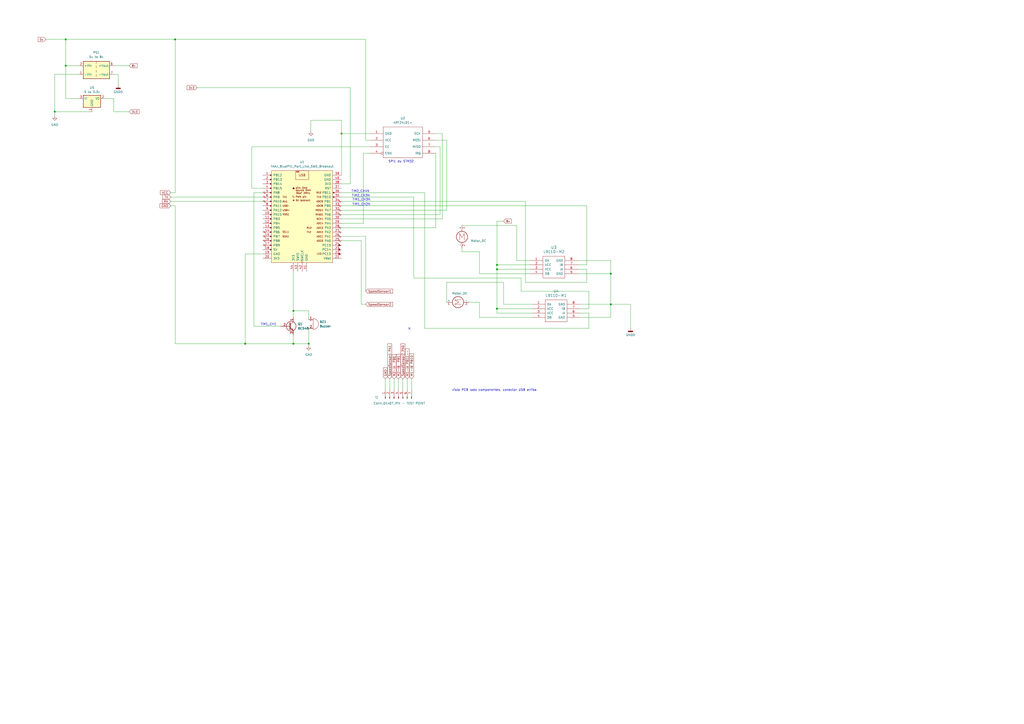
<source format=kicad_sch>
(kicad_sch (version 20250114) (generator "eeschema") (generator_version "9.0")
  (paper "A2")
  (lib_symbols
    (symbol "Connector:Conn_01x07_Pin" (pin_names (offset 1.016) (hide yes))
      (property "Reference" "J" (at 0 10.16 0))
      (property "Value" "Conn_01x07_Pin" (at 0 -10.16 0))
      (symbol "Conn_01x07_Pin_1_1"
        (rectangle (start 0.8636 7.747) (end 0 7.493) (stroke (width 0.1524)) (fill (type outline)))
        (rectangle (start 0.8636 5.207) (end 0 4.953) (stroke (width 0.1524)) (fill (type outline)))
        (rectangle (start 0.8636 2.667) (end 0 2.413) (stroke (width 0.1524)) (fill (type outline)))
        (rectangle (start 0.8636 0.127) (end 0 -0.127) (stroke (width 0.1524)) (fill (type outline)))
        (rectangle (start 0.8636 -2.413) (end 0 -2.667) (stroke (width 0.1524)) (fill (type outline)))
        (rectangle (start 0.8636 -4.953) (end 0 -5.207) (stroke (width 0.1524)) (fill (type outline)))
        (rectangle (start 0.8636 -7.493) (end 0 -7.747) (stroke (width 0.1524)) (fill (type outline)))
        (polyline (pts (xy 1.27 7.62) (xy 0.8636 7.62)) (stroke (width 0.1524)))
        (polyline (pts (xy 1.27 5.08) (xy 0.8636 5.08)) (stroke (width 0.1524)))
        (polyline (pts (xy 1.27 2.54) (xy 0.8636 2.54)) (stroke (width 0.1524)))
        (polyline (pts (xy 1.27 0) (xy 0.8636 0)) (stroke (width 0.1524)))
        (polyline (pts (xy 1.27 -2.54) (xy 0.8636 -2.54)) (stroke (width 0.1524)))
        (polyline (pts (xy 1.27 -5.08) (xy 0.8636 -5.08)) (stroke (width 0.1524)))
        (polyline (pts (xy 1.27 -7.62) (xy 0.8636 -7.62)) (stroke (width 0.1524)))
        (pin passive line (at 5.08 7.62 180) (length 3.81) (name "Pin_1") (number "1"))
        (pin passive line (at 5.08 5.08 180) (length 3.81) (name "Pin_2") (number "2"))
        (pin passive line (at 5.08 2.54 180) (length 3.81) (name "Pin_3") (number "3"))
        (pin passive line (at 5.08 0 180) (length 3.81) (name "Pin_4") (number "4"))
        (pin passive line (at 5.08 -2.54 180) (length 3.81) (name "Pin_5") (number "5"))
        (pin passive line (at 5.08 -5.08 180) (length 3.81) (name "Pin_6") (number "6"))
        (pin passive line (at 5.08 -7.62 180) (length 3.81) (name "Pin_7") (number "7"))
      )
    )
    (symbol "Converter_DCDC:ITX1205SA-H"
      (property "Reference" "PS" (at -7.62 6.35 0))
      (property "Value" "ITX1205SA-H" (at 1.27 6.35 0))
      (symbol "ITX1205SA-H_0_0"
        (pin power_in line (at -10.16 2.54 0) (length 2.54) (name "+Vin") (number "2"))
        (pin power_in line (at -10.16 -2.54 0) (length 2.54) (name "-Vin") (number "1"))
        (pin no_connect line (at 7.62 0 180) (length 2.54) (hide yes) (name "NC") (number "8"))
        (pin power_out line (at 10.16 2.54 180) (length 2.54) (name "+Vout") (number "6"))
        (pin power_out line (at 10.16 -2.54 180) (length 2.54) (name "-Vout") (number "7"))
      )
      (symbol "ITX1205SA-H_0_1"
        (rectangle (start -7.62 5.08) (end 7.62 -5.08) (stroke (width 0.254)) (fill (type background)))
        (polyline (pts (xy 0 5.08) (xy 0 3.81)))
        (polyline (pts (xy 0 2.54) (xy 0 1.27)))
        (polyline (pts (xy 0 0) (xy 0 -1.27)))
        (polyline (pts (xy 0 -2.54) (xy 0 -3.81)))
      )
    )
    (symbol "Device:Buzzer" (pin_names (offset 0.0254) (hide yes))
      (property "Reference" "BZ" (at 3.81 1.27 0))
      (property "Value" "Buzzer" (at 3.81 -1.27 0))
      (symbol "Buzzer_0_1"
        (polyline (pts (xy -1.651 1.905) (xy -1.143 1.905)))
        (polyline (pts (xy -1.397 2.159) (xy -1.397 1.651)))
        (arc (start 0 3.175) (mid 3.1612 0) (end 0 -3.175))
        (polyline (pts (xy 0 3.175) (xy 0 -3.175)))
      )
      (symbol "Buzzer_1_1"
        (pin passive line (at -2.54 2.54 0) (length 2.54) (name "+") (number "1"))
        (pin passive line (at -2.54 -2.54 0) (length 2.54) (name "-") (number "2"))
      )
    )
    (symbol "L9110:L9110" (pin_names (offset 1.016))
      (property "Reference" "U" (at 0 7.62 0))
      (property "Value" "L9110" (at 0 -7.62 0))
      (symbol "L9110_0_1"
        (rectangle (start 6.35 -6.35) (end -6.35 6.35))
      )
      (symbol "L9110_1_1"
        (pin output line (at -13.97 3.81 0) (length 7.62) (name "OA") (number "1"))
        (pin power_in line (at -13.97 1.27 0) (length 7.62) (name "VCC") (number "2"))
        (pin power_in line (at -13.97 -1.27 0) (length 7.62) (name "VCC") (number "3"))
        (pin output line (at -13.97 -3.81 0) (length 7.62) (name "OB") (number "4"))
        (pin power_in line (at 13.97 3.81 180) (length 7.62) (name "GND") (number "8"))
        (pin input line (at 13.97 1.27 180) (length 7.62) (name "IB") (number "7"))
        (pin input line (at 13.97 -1.27 180) (length 7.62) (name "IA") (number "6"))
        (pin power_in line (at 13.97 -3.81 180) (length 7.62) (name "GND") (number "5"))
      )
      (symbol "L9110_1_2"
        (pin output line (at -19.05 12.7 0) (length 7.62) (name "OA") (number "1"))
        (pin output line (at -19.05 5.08 0) (length 7.62) (name "VCC") (number "2"))
        (pin output line (at -19.05 -5.08 0) (length 7.62) (name "VCC") (number "3"))
        (pin power_out line (at -19.05 -12.7 0) (length 7.62) (name "OB") (number "4"))
        (pin power_in line (at 17.78 12.7 180) (length 7.62) (name "GND") (number "8"))
        (pin input line (at 17.78 5.08 180) (length 7.62) (name "IB") (number "7"))
        (pin input line (at 17.78 -5.08 180) (length 7.62) (name "IA") (number "6"))
        (pin power_out line (at 17.78 -12.7 180) (length 7.62) (name "GND") (number "5"))
      )
    )
    (symbol "Motor:Motor_DC" (pin_names (offset 0))
      (property "Reference" "M" (at 2.54 2.54 0))
      (property "Value" "Motor_DC" (at 2.54 -5.08 0))
      (symbol "Motor_DC_0_0"
        (polyline (pts (xy -1.27 -3.302) (xy -1.27 0.508) (xy 0 -2.032) (xy 1.27 0.508) (xy 1.27 -3.302)))
      )
      (symbol "Motor_DC_0_1"
        (polyline (pts (xy 0 2.032) (xy 0 2.54)))
        (polyline (pts (xy 0 1.7272) (xy 0 2.0828)))
        (circle (center 0 -1.524) (radius 3.2512) (stroke (width 0.254)))
        (polyline (pts (xy 0 -4.7752) (xy 0 -5.1816)))
        (polyline (pts (xy 0 -7.62) (xy 0 -7.112)))
      )
      (symbol "Motor_DC_1_1"
        (pin passive line (at 0 5.08 270) (length 2.54) (name "+") (number "1"))
        (pin passive line (at 0 -7.62 90) (length 2.54) (name "-") (number "2"))
      )
    )
    (symbol "Regulator_Linear:LD1117S12TR_SOT223"
      (property "Reference" "U" (at -3.81 3.175 0))
      (property "Value" "LD1117S12TR_SOT223" (at 0 3.175 0))
      (symbol "LD1117S12TR_SOT223_0_1"
        (rectangle (start -5.08 -5.08) (end 5.08 1.905) (stroke (width 0.254)) (fill (type background)))
      )
      (symbol "LD1117S12TR_SOT223_1_1"
        (pin power_in line (at -7.62 0 0) (length 2.54) (name "VI") (number "3"))
        (pin power_in line (at 0 -7.62 90) (length 2.54) (name "GND") (number "1"))
        (pin power_out line (at 7.62 0 180) (length 2.54) (name "VO") (number "2"))
      )
    )
    (symbol "Transistor_BJT:BC548" (pin_names (offset 0) (hide yes))
      (property "Reference" "Q" (at 5.08 1.905 0))
      (property "Value" "BC548" (at 5.08 0 0))
      (symbol "BC548_0_1"
        (polyline (pts (xy 0 0) (xy 0.635 0)))
        (polyline (pts (xy 0.635 1.905) (xy 0.635 -1.905) (xy 0.635 -1.905)) (stroke (width 0.508)))
        (polyline (pts (xy 0.635 0.635) (xy 2.54 2.54)))
        (polyline (pts (xy 0.635 -0.635) (xy 2.54 -2.54) (xy 2.54 -2.54)))
        (circle (center 1.27 0) (radius 2.8194) (stroke (width 0.254)))
        (polyline (pts (xy 1.27 -1.778) (xy 1.778 -1.27) (xy 2.286 -2.286) (xy 1.27 -1.778) (xy 1.27 -1.778)) (fill (type outline)))
      )
      (symbol "BC548_1_1"
        (pin input line (at -5.08 0 0) (length 5.08) (name "B") (number "2"))
        (pin passive line (at 2.54 5.08 270) (length 2.54) (name "C") (number "1"))
        (pin passive line (at 2.54 -5.08 90) (length 2.54) (name "E") (number "3"))
      )
    )
    (symbol "YAAJ_BluePill_Part_Like_SWD_Breakout:YAAJ_BluePill_Part_Like_SWD_Breakout" (pin_names (offset 1.016))
      (property "Reference" "U" (at -15.24 27.94 0))
      (property "Value" "YAAJ_BluePill_Part_Like_SWD_Breakout" (at 20.32 27.94 0))
      (symbol "YAAJ_BluePill_Part_Like_SWD_Breakout_0_0"
        (circle (center -18.288 22.86) (radius 0.3556) (fill (type outline)))
        (circle (center -18.288 17.78) (radius 0.3556) (fill (type outline)))
        (circle (center -18.288 15.24) (radius 0.3556) (fill (type outline)))
        (circle (center -18.288 12.7) (radius 0.3556) (fill (type outline)))
        (circle (center -18.288 10.16) (radius 0.3556) (fill (type outline)))
        (circle (center -18.288 7.62) (radius 0.3556) (fill (type outline)))
        (circle (center -18.288 5.08) (radius 0.3556) (fill (type outline)))
        (circle (center -18.288 2.54) (radius 0.3556) (fill (type outline)))
        (circle (center -18.288 0) (radius 0.3556) (fill (type outline)))
        (circle (center -18.288 -2.54) (radius 0.3556) (fill (type outline)))
        (circle (center -18.288 -5.08) (radius 0.3556) (fill (type outline)))
        (circle (center -18.288 -7.62) (radius 0.3556) (fill (type outline)))
        (circle (center -18.288 -10.16) (radius 0.3556) (fill (type outline)))
        (circle (center -18.288 -12.7) (radius 0.3556) (fill (type outline)))
        (circle (center -18.288 -15.24) (radius 0.3556) (fill (type outline)))
        (circle (center -18.288 -17.78) (radius 0.3556) (fill (type outline)))
        (circle (center -18.288 -20.32) (radius 0.3556) (fill (type outline)))
        (polyline (pts (xy -5.588 14.859) (xy -4.953 15.875) (xy -4.318 14.859) (xy -5.588 14.859) (xy -4.953 15.748) (xy -4.445 14.859) (xy -5.461 14.986) (xy -4.953 15.621) (xy -4.572 14.859) (xy -5.334 15.113) (xy -4.826 15.494) (xy -4.699 14.859) (xy -5.207 15.24) (xy -4.699 15.367) (xy -4.826 14.986) (xy -5.08 15.24) (xy -4.826 15.113) (xy -4.953 15.367)))
        (circle (center -4.953 8.255) (radius 0.127) (fill (type outline)))
        (circle (center -4.953 8.255) (radius 0.254))
        (circle (center -4.953 8.255) (radius 0.3556))
        (circle (center 18.288 12.7) (radius 0.254) (fill (type outline)))
        (circle (center 18.288 12.7) (radius 0.3556))
        (circle (center 18.288 10.16) (radius 0.254) (fill (type outline)))
        (circle (center 18.288 10.16) (radius 0.3556))
        (polyline (pts (xy 20.955 -18.161) (xy 21.59 -17.145) (xy 22.225 -18.161) (xy 20.955 -18.161) (xy 21.59 -17.272) (xy 22.098 -18.161) (xy 21.082 -18.034) (xy 21.59 -17.399) (xy 21.971 -18.161) (xy 21.209 -17.907) (xy 21.717 -17.526) (xy 21.844 -18.161) (xy 21.336 -17.78) (xy 21.844 -17.653) (xy 21.717 -18.034) (xy 21.463 -17.78) (xy 21.717 -17.907) (xy 21.59 -17.653)))
        (polyline (pts (xy 20.955 -20.701) (xy 21.59 -19.685) (xy 22.225 -20.701) (xy 20.955 -20.701) (xy 21.59 -19.812) (xy 22.098 -20.701) (xy 21.082 -20.574) (xy 21.59 -19.939) (xy 21.971 -20.701) (xy 21.209 -20.447) (xy 21.717 -20.066) (xy 21.844 -20.701) (xy 21.336 -20.32) (xy 21.844 -20.193) (xy 21.717 -20.574) (xy 21.463 -20.32) (xy 21.717 -20.447) (xy 21.59 -20.193)))
        (polyline (pts (xy 20.955 -23.241) (xy 21.59 -22.225) (xy 22.225 -23.241) (xy 20.955 -23.241) (xy 21.59 -22.352) (xy 22.098 -23.241) (xy 21.082 -23.114) (xy 21.59 -22.479) (xy 21.971 -23.241) (xy 21.209 -22.987) (xy 21.717 -22.606) (xy 21.844 -23.241) (xy 21.336 -22.86) (xy 21.844 -22.733) (xy 21.717 -23.114) (xy 21.463 -22.86) (xy 21.717 -22.987) (xy 21.59 -22.733)))
        (text "TX1" (at -10.033 10.16 0) (effects (font (size 0.9906 0.9906))))
        (text "RX1" (at -9.906 7.493 0) (effects (font (size 0.9906 0.9906))))
        (text "SCL1" (at -9.525 -10.033 0) (effects (font (size 0.9906 0.9906))))
        (text "SDA1" (at -9.525 -12.7 0) (effects (font (size 0.9906 0.9906))))
        (text "NSS1" (at -9.398 0.127 0) (effects (font (size 0.9906 0.9906))))
        (text "USB-" (at -9.271 5.08 0) (effects (font (size 0.9906 0.9906))))
        (text "USB+" (at -9.271 2.54 0) (effects (font (size 0.9906 0.9906))))
        (text "Y@@J" (at -2.5654 24.8412 0) (effects (font (size 0.508 0.508))))
        (text "PWM pin" (at -0.635 10.287 0) (effects (font (size 0.9906 0.9906))))
        (text "sink 3mA" (at -0.381 15.494 0) (effects (font (size 0.9906 0.9906))))
        (text "USB" (at 0 22.86 0) (effects (font (size 1.27 1.27))))
        (text "30pF 2MHz" (at 0.508 12.446 0) (effects (font (size 0.9906 0.9906))))
        (text "5V tolerant" (at 0.508 8.255 0) (effects (font (size 0.9906 0.9906))))
        (text "source 0mA" (at 0.635 14.097 0) (effects (font (size 0.9906 0.9906))))
        (text "TX2" (at 3.937 -10.16 0) (effects (font (size 0.9906 0.9906))))
        (text "RX2" (at 4.064 -7.747 0) (effects (font (size 0.9906 0.9906))))
        (text "RX3" (at 9.652 12.7 0) (effects (font (size 0.9906 0.9906))))
        (text "TX3" (at 9.779 10.16 0) (effects (font (size 0.9906 0.9906))))
        (text "LED" (at 9.906 -22.733 0) (effects (font (size 0.9906 0.9906))))
        (text "MOSI1" (at 10.033 2.54 0) (effects (font (size 0.9906 0.9906))))
        (text "MISO1" (at 10.033 0 0) (effects (font (size 0.9906 0.9906))))
        (text "ADC9" (at 10.16 7.62 0) (effects (font (size 0.9906 0.9906))))
        (text "ADC8" (at 10.16 5.08 0) (effects (font (size 0.9906 0.9906))))
        (text "SCK1" (at 10.287 -2.54 0) (effects (font (size 0.9906 0.9906))))
        (text "ADC4" (at 10.287 -5.08 0) (effects (font (size 0.9906 0.9906))))
        (text "ADC3" (at 10.287 -7.747 0) (effects (font (size 0.9906 0.9906))))
        (text "ADC2" (at 10.287 -10.16 0) (effects (font (size 0.9906 0.9906))))
        (text "ADC1" (at 10.287 -12.7 0) (effects (font (size 0.9906 0.9906))))
        (text "ADC0" (at 10.287 -15.24 0) (effects (font (size 0.9906 0.9906))))
      )
      (symbol "YAAJ_BluePill_Part_Like_SWD_Breakout_0_1"
        (polyline (pts (xy -21.336 12.7) (xy -21.336 12.192) (xy -21.844 12.192) (xy -21.844 13.208) (xy -22.352 13.208) (xy -22.352 12.7)))
        (polyline (pts (xy -21.336 10.16) (xy -21.336 9.652) (xy -21.844 9.652) (xy -21.844 10.668) (xy -22.352 10.668) (xy -22.352 10.16)))
        (polyline (pts (xy -21.336 7.62) (xy -21.336 7.112) (xy -21.844 7.112) (xy -21.844 8.128) (xy -22.352 8.128) (xy -22.352 7.62)))
        (polyline (pts (xy -21.336 -10.16) (xy -21.336 -10.668) (xy -21.844 -10.668) (xy -21.844 -9.652) (xy -22.352 -9.652) (xy -22.352 -10.16)))
        (polyline (pts (xy -21.336 -12.7) (xy -21.336 -13.208) (xy -21.844 -13.208) (xy -21.844 -12.192) (xy -22.352 -12.192) (xy -22.352 -12.7)))
        (polyline (pts (xy -21.336 -15.24) (xy -21.336 -15.748) (xy -21.844 -15.748) (xy -21.844 -14.732) (xy -22.352 -14.732) (xy -22.352 -15.24)))
        (polyline (pts (xy -21.336 -17.78) (xy -21.336 -18.288) (xy -21.844 -18.288) (xy -21.844 -17.272) (xy -22.352 -17.272) (xy -22.352 -17.78)))
        (rectangle (start -17.78 25.4) (end 17.78 -27.94) (fill (type background)))
        (polyline (pts (xy -4.572 10.287) (xy -4.572 9.779) (xy -5.08 9.779) (xy -5.08 10.795) (xy -5.588 10.795) (xy -5.588 10.287)))
        (rectangle (start 3.81 25.4) (end -3.81 20.32))
        (polyline (pts (xy 22.352 7.62) (xy 22.352 7.112) (xy 21.844 7.112) (xy 21.844 8.128) (xy 21.336 8.128) (xy 21.336 7.62)))
        (polyline (pts (xy 22.352 5.08) (xy 22.352 4.572) (xy 21.844 4.572) (xy 21.844 5.588) (xy 21.336 5.588) (xy 21.336 5.08)))
        (polyline (pts (xy 22.352 2.54) (xy 22.352 2.032) (xy 21.844 2.032) (xy 21.844 3.048) (xy 21.336 3.048) (xy 21.336 2.54)))
        (polyline (pts (xy 22.352 0) (xy 22.352 -0.508) (xy 21.844 -0.508) (xy 21.844 0.508) (xy 21.336 0.508) (xy 21.336 0)))
        (polyline (pts (xy 22.352 -7.62) (xy 22.352 -8.128) (xy 21.844 -8.128) (xy 21.844 -7.112) (xy 21.336 -7.112) (xy 21.336 -7.62)))
        (polyline (pts (xy 22.352 -10.16) (xy 22.352 -10.668) (xy 21.844 -10.668) (xy 21.844 -9.652) (xy 21.336 -9.652) (xy 21.336 -10.16)))
        (polyline (pts (xy 22.352 -12.7) (xy 22.352 -13.208) (xy 21.844 -13.208) (xy 21.844 -12.192) (xy 21.336 -12.192) (xy 21.336 -12.7)))
        (polyline (pts (xy 22.352 -15.24) (xy 22.352 -15.748) (xy 21.844 -15.748) (xy 21.844 -14.732) (xy 21.336 -14.732) (xy 21.336 -15.24)))
      )
      (symbol "YAAJ_BluePill_Part_Like_SWD_Breakout_1_1"
        (circle (center -18.288 20.32) (radius 0.3556) (fill (type outline)))
        (pin bidirectional line (at -22.86 22.86 0) (length 5.08) (name "PB12") (number "1"))
        (pin bidirectional line (at -22.86 20.32 0) (length 5.08) (name "PB13") (number "2"))
        (pin bidirectional line (at -22.86 17.78 0) (length 5.08) (name "PB14") (number "3"))
        (pin bidirectional line (at -22.86 15.24 0) (length 5.08) (name "PB15") (number "4"))
        (pin bidirectional line (at -22.86 12.7 0) (length 5.08) (name "PA8") (number "5"))
        (pin bidirectional line (at -22.86 10.16 0) (length 5.08) (name "PA9") (number "6"))
        (pin bidirectional line (at -22.86 7.62 0) (length 5.08) (name "PA10") (number "7"))
        (pin bidirectional line (at -22.86 5.08 0) (length 5.08) (name "PA11") (number "8"))
        (pin bidirectional line (at -22.86 2.54 0) (length 5.08) (name "PA12") (number "9"))
        (pin bidirectional line (at -22.86 0 0) (length 5.08) (name "PA15") (number "10"))
        (pin bidirectional line (at -22.86 -2.54 0) (length 5.08) (name "PB3") (number "11"))
        (pin bidirectional line (at -22.86 -5.08 0) (length 5.08) (name "PB4") (number "12"))
        (pin bidirectional line (at -22.86 -7.62 0) (length 5.08) (name "PB5") (number "13"))
        (pin bidirectional line (at -22.86 -10.16 0) (length 5.08) (name "PB6") (number "14"))
        (pin bidirectional line (at -22.86 -12.7 0) (length 5.08) (name "PB7") (number "15"))
        (pin bidirectional line (at -22.86 -15.24 0) (length 5.08) (name "PB8") (number "16"))
        (pin bidirectional line (at -22.86 -17.78 0) (length 5.08) (name "PB9") (number "17"))
        (pin power_in line (at -22.86 -20.32 0) (length 5.08) (name "5V") (number "18"))
        (pin power_in line (at -22.86 -22.86 0) (length 5.08) (name "GND") (number "19"))
        (pin power_in line (at -22.86 -25.4 0) (length 5.08) (name "3V3") (number "20"))
        (pin power_in line (at -5.08 -33.02 90) (length 5.08) (name "3V3") (number "44"))
        (pin bidirectional line (at -2.54 -33.02 90) (length 5.08) (name "SWIO") (number "43"))
        (pin bidirectional clock (at 0 -33.02 90) (length 5.08) (name "SWCLK") (number "42"))
        (pin power_in line (at 2.54 -33.02 90) (length 5.08) (name "GND") (number "41"))
        (pin power_in line (at 22.86 22.86 180) (length 5.08) (name "GND") (number "39"))
        (pin power_in line (at 22.86 20.32 180) (length 5.08) (name "GND") (number "40"))
        (pin power_in line (at 22.86 17.78 180) (length 5.08) (name "3V3") (number "38"))
        (pin input line (at 22.86 15.24 180) (length 5.08) (name "RST") (number "37"))
        (pin bidirectional line (at 22.86 12.7 180) (length 5.08) (name "PB11") (number "36"))
        (pin bidirectional line (at 22.86 10.16 180) (length 5.08) (name "PB10") (number "35"))
        (pin bidirectional line (at 22.86 7.62 180) (length 5.08) (name "PB1") (number "34"))
        (pin bidirectional line (at 22.86 5.08 180) (length 5.08) (name "PB0") (number "33"))
        (pin bidirectional line (at 22.86 2.54 180) (length 5.08) (name "PA7") (number "32"))
        (pin bidirectional line (at 22.86 0 180) (length 5.08) (name "PA6") (number "31"))
        (pin bidirectional line (at 22.86 -2.54 180) (length 5.08) (name "PA5") (number "30"))
        (pin bidirectional line (at 22.86 -5.08 180) (length 5.08) (name "PA4") (number "29"))
        (pin bidirectional line (at 22.86 -7.62 180) (length 5.08) (name "PA3") (number "28"))
        (pin bidirectional line (at 22.86 -10.16 180) (length 5.08) (name "PA2") (number "27"))
        (pin bidirectional line (at 22.86 -12.7 180) (length 5.08) (name "PA1") (number "26"))
        (pin bidirectional line (at 22.86 -15.24 180) (length 5.08) (name "PA0") (number "25"))
        (pin bidirectional line (at 22.86 -17.78 180) (length 5.08) (name "PC15") (number "24"))
        (pin bidirectional line (at 22.86 -20.32 180) (length 5.08) (name "PC14") (number "23"))
        (pin bidirectional line (at 22.86 -22.86 180) (length 5.08) (name "PC13") (number "22"))
        (pin power_in line (at 22.86 -25.4 180) (length 5.08) (name "VBat") (number "21"))
      )
    )
    (symbol "nRF24L01+:nRF24L01+" (pin_names (offset 1.016))
      (property "Reference" "U" (at 0 -7.62 0))
      (property "Value" "nRF24L01+" (at 0 7.62 0))
      (symbol "nRF24L01+_1_0"
        (rectangle (start -11.43 -8.89) (end 11.43 8.89))
      )
      (symbol "nRF24L01+_1_1"
        (pin power_in line (at -19.05 5.08 0) (length 7.62) (name "GND") (number "1"))
        (pin power_in line (at -19.05 1.27 0) (length 7.62) (name "VCC") (number "2"))
        (pin input line (at -19.05 -2.54 0) (length 7.62) (name "CE") (number "3"))
        (pin input inverted (at -19.05 -6.35 0) (length 7.62) (name "CSN") (number "4"))
        (pin input line (at 19.05 5.08 180) (length 7.62) (name "SCK") (number "5"))
        (pin input line (at 19.05 1.27 180) (length 7.62) (name "MOSI") (number "6"))
        (pin output line (at 19.05 -2.54 180) (length 7.62) (name "MISO") (number "7"))
        (pin output line (at 19.05 -6.35 180) (length 7.62) (name "IRQ") (number "8"))
      )
    )
    (symbol "power:GND" (power) (pin_numbers (hide yes)) (pin_names (offset 0) (hide yes))
      (property "Value" "GND" (at 0 -3.81 0))
      (symbol "GND_0_1"
        (polyline (pts (xy 0 0) (xy 0 -1.27) (xy 1.27 -1.27) (xy 0 -2.54) (xy -1.27 -1.27) (xy 0 -1.27)))
      )
      (symbol "GND_1_1"
        (pin power_in line (at 0 0 270) (length 0) (name "~") (number "1"))
      )
    )
    (symbol "power:GNDD" (power) (pin_numbers (hide yes)) (pin_names (offset 0) (hide yes))
      (property "Value" "GNDD" (at 0 -3.175 0))
      (symbol "GNDD_0_1"
        (rectangle (start -1.27 -1.524) (end 1.27 -2.032) (stroke (width 0.254)) (fill (type outline)))
        (polyline (pts (xy 0 0) (xy 0 -1.524)))
      )
      (symbol "GNDD_1_1"
        (pin power_in line (at 0 0 270) (length 0) (name "~") (number "1"))
      )
    )
  )
  (text "TIM2_CH4N" (at 209.042 110.998 0) (effects (font (size 1.27 1.27))))
  (text "TIM1_CH2N" (at 209.55 118.618 0) (effects (font (size 1.27 1.27))))
  (text "TIM1_CH1" (at 155.702 188.214 0) (effects (font (size 1.27 1.27))))
  (text "TIM1_CH3N" (at 209.55 115.824 0) (effects (font (size 1.27 1.27))))
  (text "vista PCB lado componentes, conector USB arriba\n" (at 286.766 226.314 0) (effects (font (size 1.27 1.27))))
  (text "TIM2_CH3N" (at 209.296 113.538 0) (effects (font (size 1.27 1.27))))
  (text "SPI1 du STM32" (at 232.664 93.726 0) (effects (font (size 1.27 1.27))))
  (junction (at 288.29 179.07))
  (junction (at 354.33 176.53))
  (junction (at 198.12 77.47))
  (junction (at 170.18 180.34))
  (junction (at 288.29 153.67))
  (junction (at 38.1 38.1))
  (junction (at 170.18 199.39))
  (junction (at 31.75 64.77))
  (junction (at 179.07 199.39))
  (junction (at 101.6 22.86))
  (junction (at 38.1 22.86))
  (junction (at 142.24 199.39))
  (junction (at 288.29 156.21))
  (junction (at 354.33 158.75))
  (no_connect (at 237.49 190.5))
  (wire (pts (xy 252.73 132.08) (xy 198.12 132.08)))
  (wire (pts (xy 292.1 163.83) (xy 292.1 176.53)))
  (wire (pts (xy 38.1 57.15) (xy 45.72 57.15)))
  (wire (pts (xy 66.04 38.1) (xy 74.93 38.1)))
  (wire (pts (xy 302.26 168.91) (xy 302.26 161.29)))
  (wire (pts (xy 354.33 176.53) (xy 354.33 184.15)))
  (wire (pts (xy 101.6 119.38) (xy 101.6 199.39)))
  (wire (pts (xy 212.09 168.91) (xy 212.09 137.16)))
  (wire (pts (xy 212.09 22.86) (xy 212.09 81.28)))
  (wire (pts (xy 152.4 147.32) (xy 142.24 147.32)))
  (wire (pts (xy 198.12 139.7) (xy 209.55 139.7)))
  (wire (pts (xy 170.18 199.39) (xy 179.07 199.39)))
  (wire (pts (xy 335.28 156.21) (xy 340.36 156.21)))
  (wire (pts (xy 66.04 57.15) (xy 60.96 57.15)))
  (wire (pts (xy 336.55 181.61) (xy 341.63 181.61)))
  (wire (pts (xy 38.1 22.86) (xy 101.6 22.86)))
  (wire (pts (xy 26.67 22.86) (xy 38.1 22.86)))
  (wire (pts (xy 307.34 158.75) (xy 278.13 158.75)))
  (wire (pts (xy 209.55 176.53) (xy 212.09 176.53)))
  (wire (pts (xy 66.04 57.15) (xy 66.04 64.77)))
  (wire (pts (xy 99.06 111.76) (xy 101.6 111.76)))
  (wire (pts (xy 198.12 114.3) (xy 240.03 114.3)))
  (wire (pts (xy 256.54 127) (xy 256.54 77.47)))
  (wire (pts (xy 246.38 111.76) (xy 198.12 111.76)))
  (wire (pts (xy 240.03 114.3) (xy 240.03 161.29)))
  (wire (pts (xy 231.14 219.71) (xy 231.14 226.06)))
  (wire (pts (xy 267.97 130.81) (xy 299.72 130.81)))
  (wire (pts (xy 278.13 158.75) (xy 278.13 146.05)))
  (wire (pts (xy 179.07 185.42) (xy 179.07 180.34)))
  (wire (pts (xy 198.12 116.84) (xy 304.8 116.84)))
  (wire (pts (xy 365.76 176.53) (xy 354.33 176.53)))
  (wire (pts (xy 259.08 81.28) (xy 252.73 81.28)))
  (wire (pts (xy 170.18 194.31) (xy 170.18 199.39)))
  (wire (pts (xy 146.05 109.22) (xy 152.4 109.22)))
  (wire (pts (xy 170.18 157.48) (xy 170.18 180.34)))
  (wire (pts (xy 223.52 219.71) (xy 223.52 226.06)))
  (wire (pts (xy 180.34 76.2) (xy 180.34 69.85)))
  (wire (pts (xy 68.58 49.53) (xy 68.58 43.18)))
  (wire (pts (xy 198.12 77.47) (xy 214.63 77.47)))
  (wire (pts (xy 31.75 43.18) (xy 31.75 64.77)))
  (wire (pts (xy 99.06 116.84) (xy 153.67 116.84)))
  (wire (pts (xy 228.6 219.71) (xy 228.6 226.06)))
  (wire (pts (xy 198.12 69.85) (xy 198.12 77.47)))
  (wire (pts (xy 198.12 77.47) (xy 198.12 101.6)))
  (wire (pts (xy 288.29 156.21) (xy 288.29 179.07)))
  (wire (pts (xy 335.28 158.75) (xy 354.33 158.75)))
  (wire (pts (xy 198.12 127) (xy 256.54 127)))
  (wire (pts (xy 203.2 106.68) (xy 198.12 106.68)))
  (wire (pts (xy 38.1 22.86) (xy 38.1 38.1)))
  (wire (pts (xy 246.38 190.5) (xy 246.38 111.76)))
  (wire (pts (xy 271.78 175.26) (xy 278.13 175.26)))
  (wire (pts (xy 278.13 146.05) (xy 267.97 146.05)))
  (wire (pts (xy 31.75 64.77) (xy 53.34 64.77)))
  (wire (pts (xy 299.72 151.13) (xy 307.34 151.13)))
  (wire (pts (xy 256.54 77.47) (xy 252.73 77.47)))
  (wire (pts (xy 304.8 116.84) (xy 304.8 163.83)))
  (wire (pts (xy 66.04 43.18) (xy 68.58 43.18)))
  (wire (pts (xy 259.08 163.83) (xy 259.08 175.26)))
  (wire (pts (xy 210.82 88.9) (xy 214.63 88.9)))
  (wire (pts (xy 31.75 64.77) (xy 31.75 67.31)))
  (wire (pts (xy 198.12 121.92) (xy 259.08 121.92)))
  (wire (pts (xy 152.4 111.76) (xy 147.32 111.76)))
  (wire (pts (xy 31.75 43.18) (xy 45.72 43.18)))
  (wire (pts (xy 179.07 199.39) (xy 179.07 200.66)))
  (wire (pts (xy 288.29 153.67) (xy 288.29 156.21)))
  (wire (pts (xy 288.29 156.21) (xy 307.34 156.21)))
  (wire (pts (xy 288.29 179.07) (xy 288.29 181.61)))
  (wire (pts (xy 114.3 50.8) (xy 203.2 50.8)))
  (wire (pts (xy 252.73 88.9) (xy 252.73 132.08)))
  (wire (pts (xy 288.29 128.27) (xy 288.29 153.67)))
  (wire (pts (xy 214.63 85.09) (xy 146.05 85.09)))
  (wire (pts (xy 212.09 81.28) (xy 214.63 81.28)))
  (wire (pts (xy 66.04 64.77) (xy 74.93 64.77)))
  (wire (pts (xy 336.55 176.53) (xy 354.33 176.53)))
  (wire (pts (xy 340.36 119.38) (xy 340.36 153.67)))
  (wire (pts (xy 341.63 168.91) (xy 302.26 168.91)))
  (wire (pts (xy 142.24 199.39) (xy 170.18 199.39)))
  (wire (pts (xy 180.34 69.85) (xy 198.12 69.85)))
  (wire (pts (xy 238.76 219.71) (xy 238.76 226.06)))
  (wire (pts (xy 288.29 181.61) (xy 308.61 181.61)))
  (wire (pts (xy 354.33 151.13) (xy 354.33 158.75)))
  (wire (pts (xy 335.28 153.67) (xy 340.36 153.67)))
  (wire (pts (xy 210.82 129.54) (xy 210.82 88.9)))
  (wire (pts (xy 101.6 22.86) (xy 101.6 111.76)))
  (wire (pts (xy 340.36 156.21) (xy 340.36 163.83)))
  (wire (pts (xy 255.27 85.09) (xy 252.73 85.09)))
  (wire (pts (xy 101.6 199.39) (xy 142.24 199.39)))
  (wire (pts (xy 335.28 151.13) (xy 354.33 151.13)))
  (wire (pts (xy 226.06 219.71) (xy 226.06 226.06)))
  (wire (pts (xy 246.38 190.5) (xy 341.63 190.5)))
  (wire (pts (xy 142.24 147.32) (xy 142.24 199.39)))
  (wire (pts (xy 267.97 146.05) (xy 267.97 143.51)))
  (wire (pts (xy 365.76 190.5) (xy 365.76 176.53)))
  (wire (pts (xy 179.07 190.5) (xy 179.07 199.39)))
  (wire (pts (xy 170.18 180.34) (xy 170.18 184.15)))
  (wire (pts (xy 336.55 179.07) (xy 341.63 179.07)))
  (wire (pts (xy 354.33 184.15) (xy 336.55 184.15)))
  (wire (pts (xy 146.05 85.09) (xy 146.05 109.22)))
  (wire (pts (xy 292.1 176.53) (xy 308.61 176.53)))
  (wire (pts (xy 99.06 114.3) (xy 152.4 114.3)))
  (wire (pts (xy 147.32 189.23) (xy 162.56 189.23)))
  (wire (pts (xy 233.68 219.71) (xy 233.68 226.06)))
  (wire (pts (xy 101.6 22.86) (xy 212.09 22.86)))
  (wire (pts (xy 147.32 111.76) (xy 147.32 189.23)))
  (wire (pts (xy 198.12 129.54) (xy 210.82 129.54)))
  (wire (pts (xy 354.33 158.75) (xy 354.33 176.53)))
  (wire (pts (xy 307.34 153.67) (xy 288.29 153.67)))
  (wire (pts (xy 170.18 180.34) (xy 179.07 180.34)))
  (wire (pts (xy 198.12 119.38) (xy 340.36 119.38)))
  (wire (pts (xy 236.22 219.71) (xy 236.22 226.06)))
  (wire (pts (xy 299.72 130.81) (xy 299.72 151.13)))
  (wire (pts (xy 198.12 124.46) (xy 255.27 124.46)))
  (wire (pts (xy 45.72 38.1) (xy 38.1 38.1)))
  (wire (pts (xy 259.08 163.83) (xy 292.1 163.83)))
  (wire (pts (xy 240.03 161.29) (xy 302.26 161.29)))
  (wire (pts (xy 259.08 121.92) (xy 259.08 81.28)))
  (wire (pts (xy 209.55 139.7) (xy 209.55 176.53)))
  (wire (pts (xy 212.09 137.16) (xy 198.12 137.16)))
  (wire (pts (xy 308.61 184.15) (xy 278.13 184.15)))
  (wire (pts (xy 341.63 179.07) (xy 341.63 168.91)))
  (wire (pts (xy 278.13 175.26) (xy 278.13 184.15)))
  (wire (pts (xy 341.63 181.61) (xy 341.63 190.5)))
  (wire (pts (xy 292.1 128.27) (xy 288.29 128.27)))
  (wire (pts (xy 340.36 163.83) (xy 304.8 163.83)))
  (wire (pts (xy 255.27 124.46) (xy 255.27 85.09)))
  (wire (pts (xy 288.29 179.07) (xy 308.61 179.07)))
  (wire (pts (xy 203.2 50.8) (xy 203.2 106.68)))
  (wire (pts (xy 38.1 38.1) (xy 38.1 57.15)))
  (wire (pts (xy 99.06 119.38) (xy 101.6 119.38)))
  (global_label "SpeedSensor1 PA1" (shape input) (at 226.06 219.71 90) (property "Intersheetrefs" "${INTERSHEET_REFS}" (effects (hide yes))))
  (global_label "M1-IA PB11--" (shape input) (at 236.22 219.71 90) (property "Intersheetrefs" "${INTERSHEET_REFS}" (effects (hide yes))))
  (global_label "M2-IB  PB1" (shape input) (at 231.14 219.71 90) (property "Intersheetrefs" "${INTERSHEET_REFS}" (effects (hide yes))))
  (global_label "TX" (shape input) (at 99.06 114.3 180) (property "Intersheetrefs" "${INTERSHEET_REFS}" (effects (hide yes))))
  (global_label "3v3" (shape input) (at 114.3 50.8 180) (property "Intersheetrefs" "${INTERSHEET_REFS}" (effects (hide yes))))
  (global_label "SpeedSensor2 PA0" (shape input) (at 233.68 219.71 90) (property "Intersheetrefs" "${INTERSHEET_REFS}" (effects (hide yes))))
  (global_label "3v3" (shape input) (at 74.93 64.77 0) (property "Intersheetrefs" "${INTERSHEET_REFS}" (effects (hide yes))))
  (global_label "M1-IB PB10" (shape input) (at 238.76 219.71 90) (property "Intersheetrefs" "${INTERSHEET_REFS}" (effects (hide yes))))
  (global_label "8v" (shape input) (at 292.1 128.27 0) (property "Intersheetrefs" "${INTERSHEET_REFS}" (effects (hide yes))))
  (global_label "VCC" (shape input) (at 99.06 111.76 180) (property "Intersheetrefs" "${INTERSHEET_REFS}" (effects (hide yes))))
  (global_label "GND" (shape input) (at 223.52 219.71 90) (property "Intersheetrefs" "${INTERSHEET_REFS}" (effects (hide yes))))
  (global_label "SpeedSensor1" (shape input) (at 212.09 168.91 0) (property "Intersheetrefs" "${INTERSHEET_REFS}" (effects (hide yes))))
  (global_label "RX" (shape input) (at 99.06 116.84 180) (property "Intersheetrefs" "${INTERSHEET_REFS}" (effects (hide yes))))
  (global_label "5v" (shape input) (at 26.67 22.86 180) (property "Intersheetrefs" "${INTERSHEET_REFS}" (effects (hide yes))))
  (global_label "SpeedSensor2" (shape input) (at 212.09 176.53 0) (property "Intersheetrefs" "${INTERSHEET_REFS}" (effects (hide yes))))
  (global_label "GND" (shape input) (at 99.06 119.38 180) (property "Intersheetrefs" "${INTERSHEET_REFS}" (effects (hide yes))))
  (global_label "M2-IA  PB0" (shape input) (at 228.6 219.71 90) (property "Intersheetrefs" "${INTERSHEET_REFS}" (effects (hide yes))))
  (global_label "8v" (shape input) (at 74.93 38.1 0) (property "Intersheetrefs" "${INTERSHEET_REFS}" (effects (hide yes))))
  (symbol (lib_id "YAAJ_BluePill_Part_Like_SWD_Breakout:YAAJ_BluePill_Part_Like_SWD_Breakout") (at 175.26 124.46 0) (unit 1)
    (property "Reference" "U1" (at 175.26 93.98 0))
    (property "Value" "YAAJ_BluePill_Part_Like_SWD_Breakout" (at 175.26 96.52 0))
    (property "Description" "STM32 Blue Pill ; not KLC compliant ; SWD broken out" (effects (hide yes)))
  )
  (symbol (lib_id "Motor:Motor_DC") (at 267.97 135.89 0) (unit 1)
    (property "Reference" "M2" (effects (hide yes)))
    (property "Value" "Motor_DC" (at 273.05 139.6999 0) (effects (justify left)))
    (property "Description" "DC Motor" (effects (hide yes)))
  )
  (symbol (lib_id "L9110:L9110") (at 321.31 154.94 0) (unit 1)
    (property "Reference" "U3" (at 321.31 143.51 0) (effects (font (size 1.524 1.524))))
    (property "Value" "L9110-M2" (at 321.31 146.05 0) (effects (font (size 1.524 1.524))))
  )
  (symbol (lib_id "Converter_DCDC:ITX1205SA-H") (at 55.88 40.64 0) (unit 1)
    (property "Reference" "PS1" (at 55.88 30.48 0))
    (property "Value" "5v to 8v" (at 55.88 33.02 0))
    (property "Footprint" "Converter_DCDC:Converter_DCDC_XP_POWER-ITXxxxxSA_THT" (effects (hide yes)))
    (property "Datasheet" "https://www.xppower.com/pdfs/SF_ITX.pdf" (effects (hide yes)))
    (property "Description" "XP Power 6W, 3000 VDC Isolated DC/DC Converter Module, Fully Regulated Single Output Voltage 5V, ±1200mA, 12V Input Voltage, SIP" (effects (hide yes)))
  )
  (symbol (lib_id "Regulator_Linear:LD1117S12TR_SOT223") (at 53.34 57.15 0) (unit 1)
    (property "Reference" "U5" (at 53.34 50.8 0))
    (property "Value" "5 to 3.3v" (at 53.34 53.34 0))
    (property "Footprint" "Package_TO_SOT_SMD:SOT-223-3_TabPin2" (effects (hide yes)))
    (property "Datasheet" "http://www.st.com/st-web-ui/static/active/en/resource/technical/document/datasheet/CD00000544.pdf" (effects (hide yes)))
    (property "Description" "800mA Fixed Low Drop Positive Voltage Regulator, Fixed Output 1.2V, SOT-223" (effects (hide yes)))
  )
  (symbol (lib_id "power:GND") (at 31.75 67.31 0) (unit 1)
    (property "Reference" "#PWR04" (effects (hide yes)))
    (property "Value" "GND" (at 31.75 72.39 0))
    (property "Description" "Power symbol creates a global label with name \"GND\" , ground" (effects (hide yes)))
  )
  (symbol (lib_id "power:GND") (at 179.07 200.66 0) (unit 1)
    (property "Reference" "#PWR01" (effects (hide yes)))
    (property "Value" "GND" (at 179.07 205.74 0))
    (property "Description" "Power symbol creates a global label with name \"GND\" , ground" (effects (hide yes)))
  )
  (symbol (lib_id "Transistor_BJT:BC548") (at 167.64 189.23 0) (unit 1)
    (property "Reference" "Q1" (at 172.72 187.9599 0) (effects (justify left)))
    (property "Value" "BC548" (at 172.72 190.4999 0) (effects (justify left)))
    (property "Footprint" "Package_TO_SOT_THT:TO-92_Inline" (effects (hide yes)))
    (property "Datasheet" "https://www.onsemi.com/pub/Collateral/BC550-D.pdf" (effects (hide yes)))
    (property "Description" "0.1A Ic, 30V Vce, Small Signal NPN Transistor, TO-92" (effects (hide yes)))
  )
  (symbol (lib_id "power:GNDD") (at 365.76 190.5 0) (unit 1)
    (property "Reference" "#PWR06" (effects (hide yes)))
    (property "Value" "GNDD" (at 365.76 194.31 0))
    (property "Description" "Power symbol creates a global label with name \"GNDD\" , digital ground" (effects (hide yes)))
  )
  (symbol (lib_id "power:GNDD") (at 68.58 49.53 0) (unit 1)
    (property "Reference" "#PWR05" (effects (hide yes)))
    (property "Value" "GNDD" (at 68.58 53.34 0))
    (property "Description" "Power symbol creates a global label with name \"GNDD\" , digital ground" (effects (hide yes)))
  )
  (symbol (lib_id "Motor:Motor_DC") (at 264.16 175.26 90) (unit 1)
    (property "Reference" "M1" (effects (hide yes)))
    (property "Value" "Motor_DC" (at 266.7 170.18 90))
    (property "Description" "DC Motor" (effects (hide yes)))
  )
  (symbol (lib_id "Connector:Conn_01x07_Pin") (at 231.14 231.14 90) (unit 1)
    (property "Reference" "J1" (at 218.44 230.505 0))
    (property "Value" "Conn_01x07_Pin - TEST POINT" (at 231.648 233.934 90))
    (property "Description" "Generic connector, single row, 01x07, script generated" (effects (hide yes)))
  )
  (symbol (lib_id "Device:Buzzer") (at 181.61 187.96 0) (unit 1)
    (property "Reference" "BZ1" (at 185.42 186.6899 0) (effects (justify left)))
    (property "Value" "Buzzer" (at 185.42 189.2299 0) (effects (justify left)))
    (property "Description" "Buzzer, polarized" (effects (hide yes)))
  )
  (symbol (lib_id "nRF24L01+:nRF24L01+") (at 233.68 82.55 0) (unit 1)
    (property "Reference" "U2" (at 233.68 68.58 0))
    (property "Value" "nRF24L01+" (at 233.68 71.12 0))
    (property "Footprint" "MODULE" (effects (hide yes)))
    (property "Datasheet" "DOCUMENTATION" (effects (hide yes)))
  )
  (symbol (lib_id "L9110:L9110") (at 322.58 180.34 0) (unit 1)
    (property "Reference" "U4" (at 322.58 168.91 0) (effects (font (size 1.524 1.524))))
    (property "Value" "L9110-M1" (at 322.58 171.45 0) (effects (font (size 1.524 1.524))))
  )
  (symbol (lib_id "power:GND") (at 180.34 76.2 0) (unit 1)
    (property "Reference" "#PWR02" (effects (hide yes)))
    (property "Value" "GND" (at 180.34 81.28 0))
    (property "Description" "Power symbol creates a global label with name \"GND\" , ground" (effects (hide yes)))
  )
)
</source>
